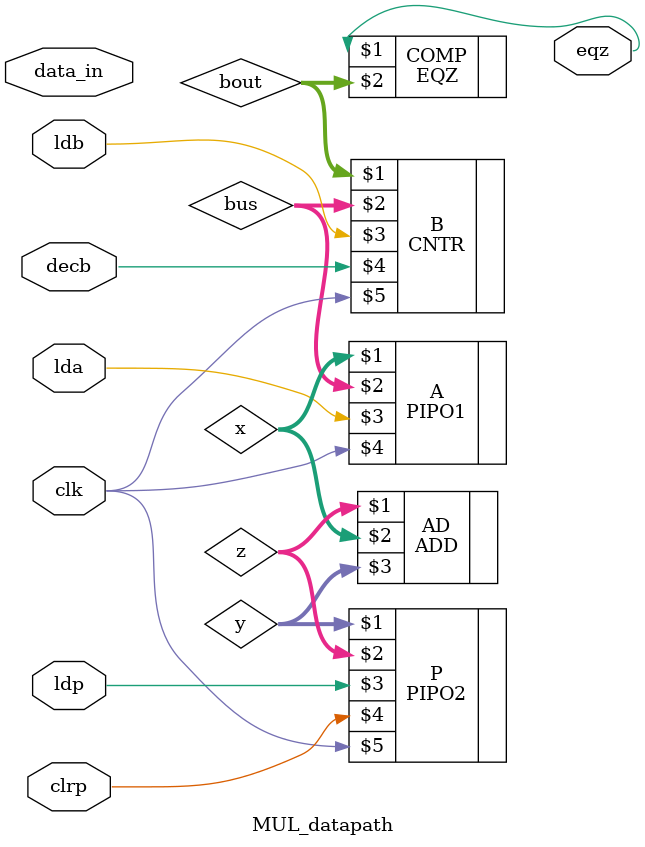
<source format=v>
`timescale 1ns / 1ps
module MUL_datapath(eqz,lda,ldb,ldp,clrp,decb,data_in,clk);
    
    input lda,ldb,ldp,clrp,decb,clk;
    output eqz;
    input [15:0] data_in;
	 wire [15:0] x,y,z,bout,bus;
	 
   PIPO1 A(x,bus,lda,clk);
   PIPO2 P(y,z,ldp,clrp,clk);
   CNTR B(bout,bus,ldb,decb,clk);
   ADD AD(z,x,y);
   EQZ COMP(eqz,bout);

endmodule

</source>
